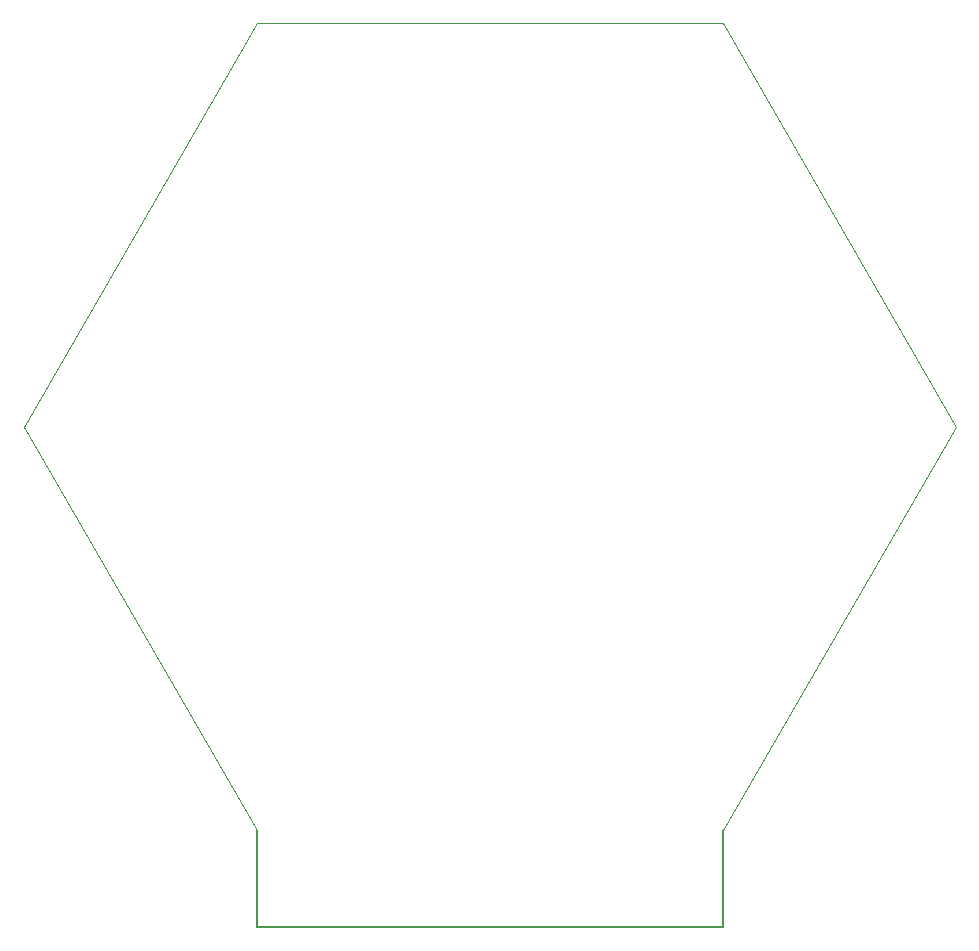
<source format=gm1>
G04 #@! TF.FileFunction,Profile,NP*
%FSLAX46Y46*%
G04 Gerber Fmt 4.6, Leading zero omitted, Abs format (unit mm)*
G04 Created by KiCad (PCBNEW 4.0.2+dfsg1-stable) date Fri 28 Sep 2018 02:00:57 AM EDT*
%MOMM*%
G01*
G04 APERTURE LIST*
%ADD10C,0.100000*%
%ADD11C,0.150000*%
G04 APERTURE END LIST*
D10*
D11*
X106329604Y-97508047D02*
X106329604Y-89254792D01*
X66886977Y-97508047D02*
X106329604Y-97508047D01*
X66886977Y-89254792D02*
X66886977Y-97508047D01*
D10*
X126050918Y-55096474D02*
X106329604Y-89254792D01*
X106329604Y-20938157D02*
X126050918Y-55096474D01*
X66886980Y-20938156D02*
X106329604Y-20938157D01*
X47165655Y-55096474D02*
X66886980Y-20938156D01*
X66886977Y-89254792D02*
X47165655Y-55096474D01*
M02*

</source>
